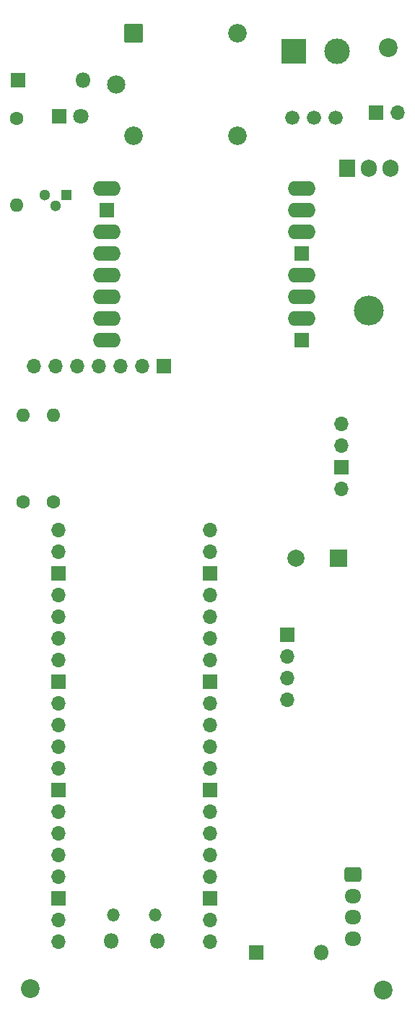
<source format=gbs>
G04 #@! TF.GenerationSoftware,KiCad,Pcbnew,7.0.10*
G04 #@! TF.CreationDate,2024-04-13T19:06:11+02:00*
G04 #@! TF.ProjectId,RocketBoard,526f636b-6574-4426-9f61-72642e6b6963,rev?*
G04 #@! TF.SameCoordinates,Original*
G04 #@! TF.FileFunction,Soldermask,Bot*
G04 #@! TF.FilePolarity,Negative*
%FSLAX46Y46*%
G04 Gerber Fmt 4.6, Leading zero omitted, Abs format (unit mm)*
G04 Created by KiCad (PCBNEW 7.0.10) date 2024-04-13 19:06:11*
%MOMM*%
%LPD*%
G01*
G04 APERTURE LIST*
G04 Aperture macros list*
%AMRoundRect*
0 Rectangle with rounded corners*
0 $1 Rounding radius*
0 $2 $3 $4 $5 $6 $7 $8 $9 X,Y pos of 4 corners*
0 Add a 4 corners polygon primitive as box body*
4,1,4,$2,$3,$4,$5,$6,$7,$8,$9,$2,$3,0*
0 Add four circle primitives for the rounded corners*
1,1,$1+$1,$2,$3*
1,1,$1+$1,$4,$5*
1,1,$1+$1,$6,$7*
1,1,$1+$1,$8,$9*
0 Add four rect primitives between the rounded corners*
20,1,$1+$1,$2,$3,$4,$5,0*
20,1,$1+$1,$4,$5,$6,$7,0*
20,1,$1+$1,$6,$7,$8,$9,0*
20,1,$1+$1,$8,$9,$2,$3,0*%
G04 Aperture macros list end*
%ADD10O,1.700000X1.700000*%
%ADD11R,1.700000X1.700000*%
%ADD12C,3.000000*%
%ADD13R,3.000000X3.000000*%
%ADD14R,2.000000X2.000000*%
%ADD15C,2.000000*%
%ADD16R,1.300000X1.300000*%
%ADD17C,1.300000*%
%ADD18RoundRect,0.250000X-0.725000X0.600000X-0.725000X-0.600000X0.725000X-0.600000X0.725000X0.600000X0*%
%ADD19O,1.950000X1.700000*%
%ADD20O,1.800000X1.800000*%
%ADD21O,1.500000X1.500000*%
%ADD22C,2.200000*%
%ADD23RoundRect,0.102000X0.762000X0.762000X-0.762000X0.762000X-0.762000X-0.762000X0.762000X-0.762000X0*%
%ADD24O,3.252000X1.728000*%
%ADD25C,1.800000*%
%ADD26R,1.800000X1.800000*%
%ADD27C,1.600000*%
%ADD28O,1.600000X1.600000*%
%ADD29RoundRect,0.102000X-0.990000X-0.990000X0.990000X-0.990000X0.990000X0.990000X-0.990000X0.990000X0*%
%ADD30C,2.184000*%
%ADD31C,2.139000*%
%ADD32C,1.676400*%
%ADD33O,1.905000X2.000000*%
%ADD34R,1.905000X2.000000*%
%ADD35O,3.500000X3.500000*%
G04 APERTURE END LIST*
D10*
X138811000Y-89154000D03*
D11*
X138811000Y-86614000D03*
D10*
X138811000Y-84074000D03*
X138811000Y-81534000D03*
D12*
X138303000Y-37846000D03*
D13*
X133223000Y-37846000D03*
D14*
X138430000Y-97282000D03*
D15*
X133430000Y-97282000D03*
D11*
X132410000Y-106300000D03*
D10*
X132410000Y-108840000D03*
X132410000Y-111380000D03*
X132410000Y-113920000D03*
D16*
X106553000Y-54737000D03*
D17*
X105283000Y-56007000D03*
X104013000Y-54737000D03*
D18*
X140167500Y-134400000D03*
D19*
X140167500Y-136900000D03*
X140167500Y-139400000D03*
X140167500Y-141900000D03*
D10*
X105610000Y-142280000D03*
X105610000Y-139740000D03*
D11*
X105610000Y-137200000D03*
D10*
X105610000Y-134660000D03*
X105610000Y-132120000D03*
X105610000Y-129580000D03*
X105610000Y-127040000D03*
D11*
X105610000Y-124500000D03*
D10*
X105610000Y-121960000D03*
X105610000Y-119420000D03*
X105610000Y-116880000D03*
X105610000Y-114340000D03*
D11*
X105610000Y-111800000D03*
D10*
X105610000Y-109260000D03*
X105610000Y-106720000D03*
X105610000Y-104180000D03*
X105610000Y-101640000D03*
D11*
X105610000Y-99100000D03*
D10*
X105610000Y-96560000D03*
X105610000Y-94020000D03*
X123390000Y-94020000D03*
X123390000Y-96560000D03*
D11*
X123390000Y-99100000D03*
D10*
X123390000Y-101640000D03*
X123390000Y-104180000D03*
X123390000Y-106720000D03*
X123390000Y-109260000D03*
D11*
X123390000Y-111800000D03*
D10*
X123390000Y-114340000D03*
X123390000Y-116880000D03*
X123390000Y-119420000D03*
X123390000Y-121960000D03*
D11*
X123390000Y-124500000D03*
D10*
X123390000Y-127040000D03*
X123390000Y-129580000D03*
X123390000Y-132120000D03*
X123390000Y-134660000D03*
D11*
X123390000Y-137200000D03*
D10*
X123390000Y-139740000D03*
X123390000Y-142280000D03*
D20*
X111775000Y-142150000D03*
D21*
X112075000Y-139120000D03*
X116925000Y-139120000D03*
D20*
X117225000Y-142150000D03*
D22*
X102300000Y-147750000D03*
D23*
X134112000Y-71755000D03*
D24*
X134112000Y-69215000D03*
X134112000Y-66675000D03*
X134112000Y-64135000D03*
D23*
X134112000Y-61595000D03*
D24*
X134112000Y-59055000D03*
X134112000Y-56515000D03*
X134112000Y-53975000D03*
X111252000Y-53975000D03*
D23*
X111252000Y-56515000D03*
D24*
X111252000Y-59055000D03*
X111252000Y-61595000D03*
X111252000Y-64135000D03*
X111252000Y-66675000D03*
X111252000Y-69215000D03*
X111252000Y-71755000D03*
D25*
X108199000Y-45466000D03*
D26*
X105659000Y-45466000D03*
D27*
X105029000Y-90678000D03*
D28*
X105029000Y-80518000D03*
D29*
X114423000Y-35783000D03*
D30*
X114423000Y-47783000D03*
D31*
X112423000Y-41783000D03*
D30*
X126623000Y-35783000D03*
X126623000Y-47783000D03*
D20*
X108458000Y-41275000D03*
D26*
X100838000Y-41275000D03*
D32*
X133076000Y-45618000D03*
X135616000Y-45618000D03*
X138156000Y-45618000D03*
D26*
X128778000Y-143510000D03*
D20*
X136398000Y-143510000D03*
D11*
X142875000Y-45085000D03*
D10*
X145415000Y-45085000D03*
D27*
X100711000Y-45720000D03*
D28*
X100711000Y-55880000D03*
D22*
X144272000Y-37465000D03*
D27*
X101473000Y-90678000D03*
D28*
X101473000Y-80518000D03*
D22*
X143700000Y-147950000D03*
D33*
X144526000Y-51603000D03*
X141986000Y-51603000D03*
D34*
X139446000Y-51603000D03*
D35*
X141986000Y-68263000D03*
D11*
X117991000Y-74778000D03*
D10*
X115451000Y-74778000D03*
X112911000Y-74778000D03*
X110371000Y-74778000D03*
X107831000Y-74778000D03*
X105291000Y-74778000D03*
X102751000Y-74778000D03*
M02*

</source>
